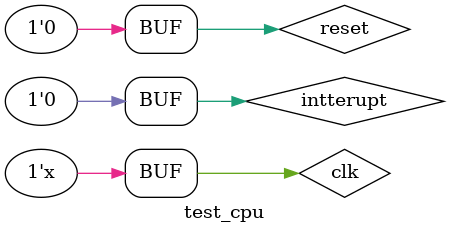
<source format=v>
module test_cpu();
	
	reg reset;
	reg clk;
	reg intterupt;
	
	CPU cpu1(reset, clk, intterupt);
	
	initial begin
		reset = 1;
		clk = 1;
		intterupt=0;
		#100 reset = 0;
	end
	
	always #50 clk = ~clk;
		
endmodule

</source>
